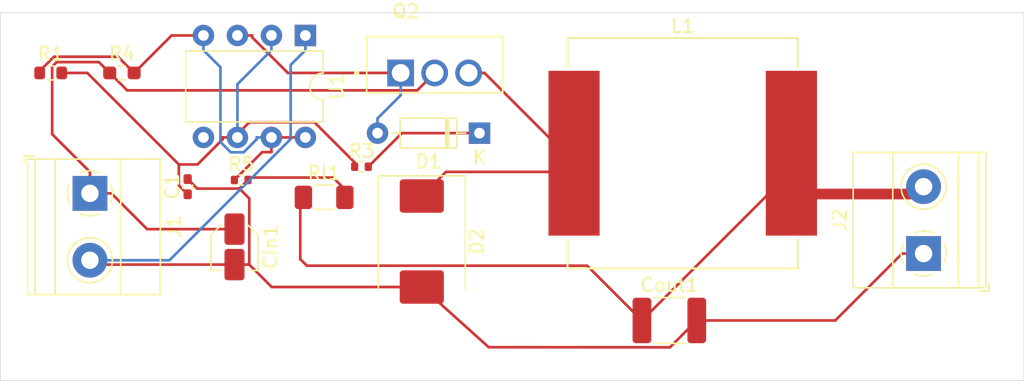
<source format=kicad_pcb>
(kicad_pcb (version 20240108) (generator "pcbnew") (generator_version "8.0")
  (layers (0 "F.Cu" signal) (31 "B.Cu" signal) (34 "B.Paste" user) (35 "F.Paste" user) (36 "B.SilkS" user "B.Silkscreen") (37 "F.SilkS" user "F.Silkscreen") (38 "B.Mask" user) (39 "F.Mask" user) (44 "Edge.Cuts" user))
  (net 0 "")
  (net 1 "Net-(D1-K)")
  (net 2 "PWM control signal")
  (net 3 "Net-(D2-K)")
  (net 4 "GND")
  (net 6 "Net-(U1-DIS)")
  (net 7 "Net-(U1-THR)")
  (net 8 "Vin")
  (net 9 "Vout")
  (footprint "Capacitor_SMD:C_1812_4532Metric" (layer "F.Cu") (at 150.5 123)
    (property "Reference" "Cout1" (at 0 -2.65 0) (layer "F.SilkS"))
    (property "Value" "300uF")
    (fp_line (start -1.161252 -1.71) (end 1.161252 -1.71) (stroke (width 0.12)) (layer "F.SilkS"))
    (fp_line (start -1.161252 1.71) (end 1.161252 1.71) (stroke (width 0.12)) (layer "F.SilkS"))
    (pad "1" smd roundrect (at -2.05 0) (size 1.4 3.4) (layers "F.Cu" "F.Paste" "F.Mask") (roundrect_rratio 0.178571) (net 9 "Vout"))
    (pad "2" smd roundrect (at 2.05 0) (size 1.4 3.4) (layers "F.Cu" "F.Paste" "F.Mask") (roundrect_rratio 0.178571) (net 4 "GND"))
  )
  (footprint "Inductor_SMD:L_Vishay_IHLP-6767" (layer "F.Cu") (at 151.5 110.5)
    (property "Reference" "L1" (at 0 -9.509 0) (layer "F.SilkS"))
    (property "Value" "100uH")
    (fp_line (start -8.609 -8.609) (end 8.609 -8.609) (stroke (width 0.15)) (layer "F.SilkS"))
    (fp_line (start -8.609 -6.46) (end -8.609 -8.609) (stroke (width 0.15)) (layer "F.SilkS"))
    (fp_line (start -8.609 6.46) (end -8.609 8.609) (stroke (width 0.15)) (layer "F.SilkS"))
    (fp_line (start -8.609 8.609) (end 8.609 8.609) (stroke (width 0.15)) (layer "F.SilkS"))
    (fp_line (start 8.609 -8.609) (end 8.609 -6.46) (stroke (width 0.15)) (layer "F.SilkS"))
    (fp_line (start 8.609 8.609) (end 8.609 6.46) (stroke (width 0.15)) (layer "F.SilkS"))
    (pad "1" smd rect (at -8.1225 0) (size 3.825 12.32) (layers "F.Cu" "F.Paste" "F.Mask") (net 3 "Net-(D2-K)"))
    (pad "2" smd rect (at 8.1225 0) (size 3.825 12.32) (layers "F.Cu" "F.Paste" "F.Mask") (net 9 "Vout"))
  )
  (footprint "TerminalBlock_Phoenix:TerminalBlock_Phoenix_MKDS-1,5-2_1x02_P5.00mm_Horizontal" (layer "F.Cu") (at 169.5 118 90)
    (property "Reference" "J2" (at 2.5 -6.26 90) (layer "F.SilkS"))
    (property "Value" "Vout(5V)")
    (fp_line (start 7.56 -5.261) (end 7.56 4.66) (stroke (width 0.12)) (layer "F.SilkS"))
    (fp_line (start -2.56 -5.261) (end 7.56 -5.261) (stroke (width 0.12)) (layer "F.SilkS"))
    (fp_line (start -2.56 -5.261) (end -2.56 4.66) (stroke (width 0.12)) (layer "F.SilkS"))
    (fp_line (start -2.56 -2.301) (end 7.56 -2.301) (stroke (width 0.12)) (layer "F.SilkS"))
    (fp_line (start 6.07 -1.275) (end 6.035 -1.239) (stroke (width 0.12)) (layer "F.SilkS"))
    (fp_line (start 6.275 -1.069) (end 6.228 -1.023) (stroke (width 0.12)) (layer "F.SilkS"))
    (fp_line (start 3.773 1.023) (end 3.726 1.069) (stroke (width 0.12)) (layer "F.SilkS"))
    (fp_line (start 3.966 1.239) (end 3.931 1.274) (stroke (width 0.12)) (layer "F.SilkS"))
    (fp_line (start -2.56 2.6) (end 7.56 2.6) (stroke (width 0.12)) (layer "F.SilkS"))
    (fp_line (start -2.56 4.1) (end 7.56 4.1) (stroke (width 0.12)) (layer "F.SilkS"))
    (fp_line (start -2.8 4.16) (end -2.8 4.9) (stroke (width 0.12)) (layer "F.SilkS"))
    (fp_line (start -2.56 4.66) (end 7.56 4.66) (stroke (width 0.12)) (layer "F.SilkS"))
    (fp_line (start -2.8 4.9) (end -2.3 4.9) (stroke (width 0.12)) (layer "F.SilkS"))
    (fp_arc (start -0.683042 -1.535427) (mid 0.000524 -1.680501) (end 0.684 -1.535) (stroke (width 0.12)) (layer "F.SilkS"))
    (fp_arc (start 1.535427 -0.683042) (mid 1.680501 0.000524) (end 1.535 0.684) (stroke (width 0.12)) (layer "F.SilkS"))
    (fp_arc (start -1.535427 0.683042) (mid -1.680501 -0.000524) (end -1.535 -0.684) (stroke (width 0.12)) (layer "F.SilkS"))
    (fp_arc (start 0.683318 1.534756) (mid 0.349292 1.643288) (end 0 1.68) (stroke (width 0.12)) (layer "F.SilkS"))
    (fp_arc (start 0.028805 1.680253) (mid -0.335551 1.646659) (end -0.684 1.535) (stroke (width 0.12)) (layer "F.SilkS"))
    (fp_circle (center 5 0) (end 6.68 0) (stroke (width 0.12)) (fill none) (layer "F.SilkS"))
    (pad "1" thru_hole rect (at 0 0 90) (size 2.6 2.6) (drill 1.3) (layers "*.Cu" "*.Mask") (net 4 "GND"))
    (pad "2" thru_hole circle (at 5 0 90) (size 2.6 2.6) (drill 1.3) (layers "*.Cu" "*.Mask") (net 9 "Vout"))
  )
  (footprint "Diode_SMD:D_SMC" (layer "F.Cu") (at 132 117.1 -90)
    (property "Reference" "D2" (at 0 -4.1 90) (layer "F.SilkS"))
    (property "Value" "B360")
    (fp_line (start -4.91 3.25) (end 3.6 3.25) (stroke (width 0.12)) (layer "F.SilkS"))
    (fp_line (start -4.91 3.25) (end -4.91 -3.25) (stroke (width 0.12)) (layer "F.SilkS"))
    (fp_line (start -4.91 -3.25) (end 3.6 -3.25) (stroke (width 0.12)) (layer "F.SilkS"))
    (pad "1" smd roundrect (at -3.4 0) (size 3.3 2.5) (layers "F.Cu" "F.Paste" "F.Mask") (roundrect_rratio 0.1) (net 3 "Net-(D2-K)"))
    (pad "2" smd roundrect (at 3.4 0) (size 3.3 2.5) (layers "F.Cu" "F.Paste" "F.Mask") (roundrect_rratio 0.1) (net 4 "GND"))
  )
  (footprint "Resistor_SMD:R_1206_3216Metric_Pad1.30x1.75mm_HandSolder" (layer "F.Cu") (at 124.7 113.8)
    (property "Reference" "Rl1" (at 0 -1.82 0) (layer "F.SilkS"))
    (property "Value" "100k")
    (fp_line (start -0.727064 -0.91) (end 0.727064 -0.91) (stroke (width 0.12)) (layer "F.SilkS"))
    (fp_line (start -0.727064 0.91) (end 0.727064 0.91) (stroke (width 0.12)) (layer "F.SilkS"))
    (pad "1" smd roundrect (at -1.55 0) (size 1.3 1.75) (layers "F.Cu" "F.Paste" "F.Mask") (roundrect_rratio 0.192308) (net 9 "Vout"))
    (pad "2" smd roundrect (at 1.55 0) (size 1.3 1.75) (layers "F.Cu" "F.Paste" "F.Mask") (roundrect_rratio 0.192308) (net 4 "GND"))
  )
  (footprint "Resistor_SMD:R_0402_1005Metric" (layer "F.Cu") (at 127.49 111.5095)
    (property "Reference" "R3" (at 0 -1.17 0) (layer "F.SilkS"))
    (property "Value" "3.3k")
    (fp_line (start -0.153641 -0.38) (end 0.153641 -0.38) (stroke (width 0.12)) (layer "F.SilkS"))
    (fp_line (start -0.153641 0.38) (end 0.153641 0.38) (stroke (width 0.12)) (layer "F.SilkS"))
    (pad "1" smd roundrect (at -0.51 0) (size 0.54 0.64) (layers "F.Cu" "F.Paste" "F.Mask") (net 7 "Net-(U1-THR)"))
    (pad "2" smd roundrect (at 0.51 0) (size 0.54 0.64) (layers "F.Cu" "F.Paste" "F.Mask") (net 1 "Net-(D1-K)"))
  )
  (footprint "Package_DIP:DIP-8_W7.62mm" (layer "F.Cu") (at 123.3 101.7 -90)
    (property "Reference" "U1" (at 3.81 -2.33 90) (layer "F.SilkS"))
    (property "Value" "NE555P")
    (fp_line (start 1.16 8.95) (end 6.46 8.95) (stroke (width 0.12)) (layer "F.SilkS"))
    (fp_line (start 6.46 8.95) (end 6.46 -1.33) (stroke (width 0.12)) (layer "F.SilkS"))
    (fp_line (start 1.16 -1.33) (end 1.16 8.95) (stroke (width 0.12)) (layer "F.SilkS"))
    (fp_line (start 2.81 -1.33) (end 1.16 -1.33) (stroke (width 0.12)) (layer "F.SilkS"))
    (fp_line (start 6.46 -1.33) (end 4.81 -1.33) (stroke (width 0.12)) (layer "F.SilkS"))
    (fp_arc (start 4.81 -1.33) (mid 3.81 -0.33) (end 2.81 -1.33) (stroke (width 0.12)) (layer "F.SilkS"))
    (pad "1" thru_hole rect (at 0 0 270) (size 1.6 1.6) (drill 0.8) (layers "*.Cu" "*.Mask") (net 4 "GND"))
    (pad "2" thru_hole oval (at 0 2.54 270) (size 1.6 1.6) (drill 0.8) (layers "*.Cu" "*.Mask") (net 7 "Net-(U1-THR)"))
    (pad "3" thru_hole oval (at 0 5.08 270) (size 1.6 1.6) (drill 0.8) (layers "*.Cu" "*.Mask") (net 2 "PWM control signal"))
    (pad "4" thru_hole oval (at 0 7.62 270) (size 1.6 1.6) (drill 0.8) (layers "*.Cu" "*.Mask") (net 6 "Net-(U1-DIS)"))
    (pad "5" thru_hole oval (at 7.62 7.62 270) (size 1.6 1.6) (drill 0.8) (layers "*.Cu" "*.Mask"))
    (pad "6" thru_hole oval (at 7.62 5.08 270) (size 1.6 1.6) (drill 0.8) (layers "*.Cu" "*.Mask") (net 7 "Net-(U1-THR)"))
    (pad "7" thru_hole oval (at 7.62 2.54 270) (size 1.6 1.6) (drill 0.8) (layers "*.Cu" "*.Mask") (net 6 "Net-(U1-DIS)"))
    (pad "8" thru_hole oval (at 7.62 0 270) (size 1.6 1.6) (drill 0.8) (layers "*.Cu" "*.Mask") (net 6 "Net-(U1-DIS)"))
  )
  (footprint "Capacitor_SMD:C_Elec_3x5.4" (layer "F.Cu") (at 118 117.5 -90)
    (property "Reference" "Cin1" (at 0 -2.7 90) (layer "F.SilkS"))
    (property "Value" "47uF")
    (fp_line (start -0.870563 1.76) (end 1.76 1.76) (stroke (width 0.12)) (layer "F.SilkS"))
    (fp_line (start 1.76 1.76) (end 1.76 1.01) (stroke (width 0.12)) (layer "F.SilkS"))
    (fp_line (start -1.620563 1.01) (end -0.870563 1.76) (stroke (width 0.12)) (layer "F.SilkS"))
    (fp_line (start -1.620563 -1.01) (end -0.870563 -1.76) (stroke (width 0.12)) (layer "F.SilkS"))
    (fp_line (start -0.870563 -1.76) (end 1.76 -1.76) (stroke (width 0.12)) (layer "F.SilkS"))
    (fp_line (start 1.76 -1.76) (end 1.76 -1.01) (stroke (width 0.12)) (layer "F.SilkS"))
    (pad "1" smd roundrect (at -1.325 0 270) (size 2.35 1.5) (layers "F.Cu" "F.Paste" "F.Mask") (roundrect_rratio 0.166667) (net 8 "Vin"))
    (pad "2" smd roundrect (at 1.325 0 270) (size 2.35 1.5) (layers "F.Cu" "F.Paste" "F.Mask") (roundrect_rratio 0.166667) (net 4 "GND"))
  )
  (footprint "Diode_THT:D_DO-35_SOD27_P7.62mm_Horizontal" (layer "F.Cu") (at 136.31 109 180)
    (property "Reference" "D1" (at 3.81 -2.12 0) (layer "F.SilkS"))
    (property "Value" "1N4148")
    (fp_line (start 6.58 0) (end 5.93 0) (stroke (width 0.12)) (layer "F.SilkS"))
    (fp_line (start 5.93 1.12) (end 5.93 -1.12) (stroke (width 0.12)) (layer "F.SilkS"))
    (fp_line (start 5.93 -1.12) (end 1.69 -1.12) (stroke (width 0.12)) (layer "F.SilkS"))
    (fp_line (start 2.53 -1.12) (end 2.53 1.12) (stroke (width 0.12)) (layer "F.SilkS"))
    (fp_line (start 2.41 -1.12) (end 2.41 1.12) (stroke (width 0.12)) (layer "F.SilkS"))
    (fp_line (start 2.29 -1.12) (end 2.29 1.12) (stroke (width 0.12)) (layer "F.SilkS"))
    (fp_line (start 1.69 1.12) (end 5.93 1.12) (stroke (width 0.12)) (layer "F.SilkS"))
    (fp_line (start 1.69 -1.12) (end 1.69 1.12) (stroke (width 0.12)) (layer "F.SilkS"))
    (fp_line (start 1.04 0) (end 1.69 0) (stroke (width 0.12)) (layer "F.SilkS"))
    (fp_text user "K" (at 0 -1.8 0) (layer "F.SilkS"))
    (pad "1" thru_hole rect (at 0 0 180) (size 1.6 1.6) (drill 0.8) (layers "*.Cu" "*.Mask") (net 1 "Net-(D1-K)"))
    (pad "2" thru_hole oval (at 7.62 0 180) (size 1.6 1.6) (drill 0.8) (layers "*.Cu" "*.Mask") (net 2 "PWM control signal"))
  )
  (footprint "Resistor_SMD:R_0402_1005Metric" (layer "F.Cu") (at 118.5 112.5)
    (property "Reference" "R5" (at 0 -1.17 0) (layer "F.SilkS"))
    (property "Value" "2.7k")
    (fp_line (start -0.153641 -0.38) (end 0.153641 -0.38) (stroke (width 0.12)) (layer "F.SilkS"))
    (fp_line (start -0.153641 0.38) (end 0.153641 0.38) (stroke (width 0.12)) (layer "F.SilkS"))
    (pad "1" smd roundrect (at -0.51 0) (size 0.54 0.64) (layers "F.Cu" "F.Paste" "F.Mask") (net 6 "Net-(U1-DIS)"))
    (pad "2" smd roundrect (at 0.51 0) (size 0.54 0.64) (layers "F.Cu" "F.Paste" "F.Mask") (net 4 "GND"))
  )
  (footprint "Resistor_SMD:R_0603_1608Metric" (layer "F.Cu") (at 104.2625 104.5)
    (property "Reference" "R1" (at 0 -1.43 0) (layer "F.SilkS"))
    (property "Value" "27.3k")
    (fp_line (start -0.237258 -0.5225) (end 0.237258 -0.5225) (stroke (width 0.12)) (layer "F.SilkS"))
    (fp_line (start -0.237258 0.5225) (end 0.237258 0.5225) (stroke (width 0.12)) (layer "F.SilkS"))
    (pad "1" smd roundrect (at -0.825 0) (size 0.8 0.95) (layers "F.Cu" "F.Paste" "F.Mask") (net 6 "Net-(U1-DIS)"))
    (pad "2" smd roundrect (at 0.825 0) (size 0.8 0.95) (layers "F.Cu" "F.Paste" "F.Mask") (net 7 "Net-(U1-THR)"))
  )
  (footprint "New folder:TO254P1016X419X2286-3" (layer "F.Cu") (at 132.96 104.5)
    (property "Reference" "Q2" (at -2.155 -4.6025 0) (layer "F.SilkS"))
    (property "Value" "IRFZ44N")
    (fp_line (start -5.08 -2.7175) (end 5.08 -2.7175) (stroke (width 0.127)) (layer "F.SilkS"))
    (fp_line (start -5.08 1.4775) (end -5.08 -2.7175) (stroke (width 0.127)) (layer "F.SilkS"))
    (fp_line (start 5.08 -2.7175) (end 5.08 1.4775) (stroke (width 0.127)) (layer "F.SilkS"))
    (fp_line (start 5.08 1.4775) (end -5.08 1.4775) (stroke (width 0.127)) (layer "F.SilkS"))
    (fp_circle (center -5.83 0) (end -5.73 0) (stroke (width 0.2)) (fill none) (layer "F.SilkS"))
    (pad "1" thru_hole rect (at -2.54 0) (size 1.995 1.995) (drill 1.33) (layers "*.Cu" "*.Mask") (net 2 "PWM control signal"))
    (pad "2" thru_hole circle (at 0 0) (size 1.995 1.995) (drill 1.33) (layers "*.Cu" "*.Mask") (net 8 "Vin"))
    (pad "3" thru_hole circle (at 2.54 0) (size 1.995 1.995) (drill 1.33) (layers "*.Cu" "*.Mask") (net 3 "Net-(D2-K)"))
  )
  (footprint "Resistor_SMD:R_0603_1608Metric_Pad0.98x0.95mm_HandSolder" (layer "F.Cu") (at 109.5875 104.5)
    (property "Reference" "R4" (at 0 -1.43 0) (layer "F.SilkS"))
    (property "Value" "10k")
    (fp_line (start -0.254724 -0.5225) (end 0.254724 -0.5225) (stroke (width 0.12)) (layer "F.SilkS"))
    (fp_line (start -0.254724 0.5225) (end 0.254724 0.5225) (stroke (width 0.12)) (layer "F.SilkS"))
    (pad "1" smd roundrect (at -0.9125 0) (size 0.975 0.95) (layers "F.Cu" "F.Paste" "F.Mask") (net 8 "Vin"))
    (pad "2" smd roundrect (at 0.9125 0) (size 0.975 0.95) (layers "F.Cu" "F.Paste" "F.Mask") (net 6 "Net-(U1-DIS)"))
  )
  (footprint "Capacitor_SMD:C_0402_1005Metric_Pad0.74x0.62mm_HandSolder" (layer "F.Cu") (at 114.5 113 90)
    (property "Reference" "C1" (at 0 -1.16 90) (layer "F.SilkS"))
    (property "Value" "100nF")
    (fp_line (start -0.115835 -0.36) (end 0.115835 -0.36) (stroke (width 0.12)) (layer "F.SilkS"))
    (fp_line (start -0.115835 0.36) (end 0.115835 0.36) (stroke (width 0.12)) (layer "F.SilkS"))
    (pad "1" smd roundrect (at -0.5675 0 90) (size 0.735 0.62) (layers "F.Cu" "F.Paste" "F.Mask") (net 7 "Net-(U1-THR)"))
    (pad "2" smd roundrect (at 0.5675 0 90) (size 0.735 0.62) (layers "F.Cu" "F.Paste" "F.Mask") (net 4 "GND"))
  )
  (footprint "TerminalBlock_Phoenix:TerminalBlock_Phoenix_MKDS-1,5-2_1x02_P5.00mm_Horizontal" (layer "F.Cu") (at 107.195 113.5 -90)
    (property "Reference" "J1" (at 2.5 -6.26 90) (layer "F.SilkS"))
    (property "Value" "Vin (24V)")
    (fp_line (start -2.8 4.9) (end -2.3 4.9) (stroke (width 0.12)) (layer "F.SilkS"))
    (fp_line (start -2.56 4.66) (end 7.56 4.66) (stroke (width 0.12)) (layer "F.SilkS"))
    (fp_line (start -2.8 4.16) (end -2.8 4.9) (stroke (width 0.12)) (layer "F.SilkS"))
    (fp_line (start -2.56 4.1) (end 7.56 4.1) (stroke (width 0.12)) (layer "F.SilkS"))
    (fp_line (start -2.56 2.6) (end 7.56 2.6) (stroke (width 0.12)) (layer "F.SilkS"))
    (fp_line (start 3.966 1.239) (end 3.931 1.274) (stroke (width 0.12)) (layer "F.SilkS"))
    (fp_line (start 3.773 1.023) (end 3.726 1.069) (stroke (width 0.12)) (layer "F.SilkS"))
    (fp_line (start 6.275 -1.069) (end 6.228 -1.023) (stroke (width 0.12)) (layer "F.SilkS"))
    (fp_line (start 6.07 -1.275) (end 6.035 -1.239) (stroke (width 0.12)) (layer "F.SilkS"))
    (fp_line (start -2.56 -2.301) (end 7.56 -2.301) (stroke (width 0.12)) (layer "F.SilkS"))
    (fp_line (start -2.56 -5.261) (end -2.56 4.66) (stroke (width 0.12)) (layer "F.SilkS"))
    (fp_line (start -2.56 -5.261) (end 7.56 -5.261) (stroke (width 0.12)) (layer "F.SilkS"))
    (fp_line (start 7.56 -5.261) (end 7.56 4.66) (stroke (width 0.12)) (layer "F.SilkS"))
    (fp_arc (start 0.028805 1.680253) (mid -0.335551 1.646659) (end -0.684 1.535) (stroke (width 0.12)) (layer "F.SilkS"))
    (fp_arc (start 0.683318 1.534756) (mid 0.349292 1.643288) (end 0 1.68) (stroke (width 0.12)) (layer "F.SilkS"))
    (fp_arc (start -1.535427 0.683042) (mid -1.680501 -0.000524) (end -1.535 -0.684) (stroke (width 0.12)) (layer "F.SilkS"))
    (fp_arc (start 1.535427 -0.683042) (mid 1.680501 0.000524) (end 1.535 0.684) (stroke (width 0.12)) (layer "F.SilkS"))
    (fp_arc (start -0.683042 -1.535427) (mid 0.000524 -1.680501) (end 0.684 -1.535) (stroke (width 0.12)) (layer "F.SilkS"))
    (fp_circle (center 5 0) (end 6.68 0) (stroke (width 0.12)) (fill none) (layer "F.SilkS"))
    (pad "1" thru_hole rect (at 0 0 270) (size 2.6 2.6) (drill 1.3) (layers "*.Cu" "*.Mask") (net 8 "Vin"))
    (pad "2" thru_hole circle (at 5 0 270) (size 2.6 2.6) (drill 1.3) (layers "*.Cu" "*.Mask") (net 4 "GND"))
  )
  (gr_rect (start 100.5 100) (end 177 127.5) (stroke (width 0.05)) (fill none) (layer "Edge.Cuts"))
  (segment (start 130.5095 109) (end 136.31 109) (width 0.2) (layer "F.Cu") (net 1))
  (segment (start 128 111.5095) (end 130.5095 109) (width 0.2) (layer "F.Cu") (net 1))
  (segment (start 128 111.5095) (end 128 111.4905) (width 0.2) (layer "F.Cu") (net 1))
  (segment (start 119.322 101.7) (end 119.322 101.838) (width 0.2) (layer "F.Cu") (net 2))
  (segment (start 121.984 104.5) (end 130.42 104.5) (width 0.2) (layer "F.Cu") (net 2))
  (segment (start 119.322 101.838) (end 121.984 104.5) (width 0.2) (layer "F.Cu") (net 2))
  (segment (start 118.22 101.7) (end 119.322 101.7) (width 0.2) (layer "F.Cu") (net 2))
  (segment (start 128.69 109) (end 128.69 107.898) (width 0.2) (layer "B.Cu") (net 2))
  (segment (start 128.69 107.898) (end 130.42 106.168) (width 0.2) (layer "B.Cu") (net 2))
  (segment (start 130.42 106.168) (end 130.42 104.5) (width 0.2) (layer "B.Cu") (net 2))
  (segment (start 143.378 111.197) (end 136.681 104.5) (width 0.2) (layer "F.Cu") (net 3))
  (segment (start 132 113.7) (end 133.806 111.894) (width 0.2) (layer "F.Cu") (net 3))
  (segment (start 143.3775 110.848) (end 143.3775 110.5) (width 0.2) (layer "F.Cu") (net 3))
  (segment (start 143.378 111.894) (end 143.378 111.197) (width 0.2) (layer "F.Cu") (net 3))
  (segment (start 143.378 110.8485) (end 143.378 111.197) (width 0.2) (layer "F.Cu") (net 3))
  (segment (start 143.378 110.5) (end 143.378 110.8485) (width 0.2) (layer "F.Cu") (net 3))
  (segment (start 136.681 104.5) (end 135.5 104.5) (width 0.2) (layer "F.Cu") (net 3))
  (segment (start 143.378 110.8485) (end 143.3775 110.848) (width 0.2) (layer "F.Cu") (net 3))
  (segment (start 133.806 111.894) (end 143.378 111.894) (width 0.2) (layer "F.Cu") (net 3))
  (segment (start 167.898 118) (end 169.5 118) (width 0.2) (layer "F.Cu") (net 4))
  (segment (start 114.8332 112.7657) (end 114.5 112.4325) (width 0.2) (layer "F.Cu") (net 4))
  (segment (start 125.369 112.319) (end 119.191 112.319) (width 0.2) (layer "F.Cu") (net 4))
  (segment (start 152.55 123) (end 162.898 123) (width 0.2) (layer "F.Cu") (net 4))
  (segment (start 115.212 113.144) (end 114.8337 112.7657) (width 0.2) (layer "F.Cu") (net 4))
  (segment (start 150.543 125.007) (end 152.55 123) (width 0.2) (layer "F.Cu") (net 4))
  (segment (start 119.191 112.319) (end 119.01 112.5) (width 0.2) (layer "F.Cu") (net 4))
  (segment (start 137 125) (end 150.543 125.007) (width 0.2) (layer "F.Cu") (net 4))
  (segment (start 118 118.825) (end 119.105 118.825) (width 0.2) (layer "F.Cu") (net 4))
  (segment (start 118.366 113.144) (end 115.212 113.144) (width 0.2) (layer "F.Cu") (net 4))
  (segment (start 119.105 113.883) (end 118.366 113.144) (width 0.2) (layer "F.Cu") (net 4))
  (segment (start 162.898 123) (end 167.898 118) (width 0.2) (layer "F.Cu") (net 4))
  (segment (start 118 118.825) (end 107.52 118.825) (width 0.2) (layer "F.Cu") (net 4))
  (segment (start 132 120.5) (end 137 125) (width 0.2) (layer "F.Cu") (net 4))
  (segment (start 119.01 112.5) (end 118.366 113.144) (width 0.2) (layer "F.Cu") (net 4))
  (segment (start 119.105 118.825) (end 119.105 113.883) (width 0.2) (layer "F.Cu") (net 4))
  (segment (start 114.8337 112.7657) (end 114.8332 112.7657) (width 0.2) (layer "F.Cu") (net 4))
  (segment (start 119.105 118.825) (end 120.78 120.5) (width 0.2) (layer "F.Cu") (net 4))
  (segment (start 126.55 113.5) (end 125.369 112.319) (width 0.2) (layer "F.Cu") (net 4))
  (segment (start 120.78 120.5) (end 132 120.5) (width 0.2) (layer "F.Cu") (net 4))
  (segment (start 114.8337 112.7657) (end 114.5 112.432) (width 0.2) (layer "F.Cu") (net 4))
  (segment (start 107.52 118.825) (end 107.195 118.5) (width 0.2) (layer "F.Cu") (net 4))
  (segment (start 113.14 118.5) (end 107.195 118.5) (width 0.2) (layer "B.Cu") (net 4))
  (segment (start 122.198 109.441) (end 113.14 118.5) (width 0.2) (layer "B.Cu") (net 4))
  (segment (start 123.3 102.802) (end 122.198 103.903) (width 0.2) (layer "B.Cu") (net 4))
  (segment (start 123.3 101.7) (end 123.3 102.802) (width 0.2) (layer "B.Cu") (net 4))
  (segment (start 122.198 103.903) (end 122.198 109.441) (width 0.2) (layer "B.Cu") (net 4))
  (segment (start 103.438 104.429) (end 103.438 104.5) (width 0.2) (layer "F.Cu") (net 6))
  (segment (start 103.438 104.358) (end 103.438 104.429) (width 0.2) (layer "F.Cu") (net 6))
  (segment (start 120.068 110.422) (end 117.99 112.5) (width 0.2) (layer "F.Cu") (net 6))
  (segment (start 103.4375 104.4295) (end 103.4375 104.5) (width 0.2) (layer "F.Cu") (net 6))
  (segment (start 104.508 103.288) (end 103.438 104.358) (width 0.2) (layer "F.Cu") (net 6))
  (segment (start 103.438 104.429) (end 103.4375 104.4295) (width 0.2) (layer "F.Cu") (net 6))
  (segment (start 115.68 101.7) (end 113.3 101.7) (width 0.2) (layer "F.Cu") (net 6))
  (segment (start 123.3 109.32) (end 120.76 109.32) (width 0.2) (layer "F.Cu") (net 6))
  (segment (start 120.76 110.422) (end 120.068 110.422) (width 0.2) (layer "F.Cu") (net 6))
  (segment (start 109.288 103.288) (end 104.508 103.288) (width 0.2) (layer "F.Cu") (net 6))
  (segment (start 113.3 101.7) (end 110.5 104.5) (width 0.2) (layer "F.Cu") (net 6))
  (segment (start 120.76 109.32) (end 120.76 110.422) (width 0.2) (layer "F.Cu") (net 6))
  (segment (start 110.5 104.5) (end 109.288 103.288) (width 0.2) (layer "F.Cu") (net 6))
  (segment (start 117.719 110.431) (end 116.95 109.662) (width 0.2) (layer "B.Cu") (net 6))
  (segment (start 116.95 109.662) (end 116.95 104.072) (width 0.2) (layer "B.Cu") (net 6))
  (segment (start 115.68 102.802) (end 115.68 101.7) (width 0.2) (layer "B.Cu") (net 6))
  (segment (start 119.658 109.458) (end 118.685 110.431) (width 0.2) (layer "B.Cu") (net 6))
  (segment (start 119.658 109.32) (end 119.658 109.458) (width 0.2) (layer "B.Cu") (net 6))
  (segment (start 120.76 109.32) (end 119.658 109.32) (width 0.2) (layer "B.Cu") (net 6))
  (segment (start 116.95 104.072) (end 115.68 102.802) (width 0.2) (layer "B.Cu") (net 6))
  (segment (start 118.685 110.431) (end 117.719 110.431) (width 0.2) (layer "B.Cu") (net 6))
  (segment (start 105.088 104.5) (end 105.0875 104.5) (width 0.2) (layer "F.Cu") (net 7))
  (segment (start 114.5 113.568) (end 114.4998 113.5677) (width 0.2) (layer "F.Cu") (net 7))
  (segment (start 114.5 113.5675) (end 114.4998 113.5677) (width 0.2) (layer "F.Cu") (net 7))
  (segment (start 117.118 109.458) (end 115.235 111.341) (width 0.2) (layer "F.Cu") (net 7))
  (segment (start 115.235 111.341) (end 113.84 111.341) (width 0.2) (layer "F.Cu") (net 7))
  (segment (start 126.98 111.189501) (end 123.974499 108.184) (width 0.2) (layer "F.Cu") (net 7))
  (segment (start 118.22 109.32) (end 117.976 109.32) (width 0.2) (layer "F.Cu") (net 7))
  (segment (start 107 104.5) (end 105.088 104.5) (width 0.2) (layer "F.Cu") (net 7))
  (segment (start 123.974499 108.184) (end 119.111 108.184) (width 0.2) (layer "F.Cu") (net 7))
  (segment (start 117.976 109.32) (end 117.118 109.32) (width 0.2) (layer "F.Cu") (net 7))
  (segment (start 126.98 111.5095) (end 126.98 111.189501) (width 0.2) (layer "F.Cu") (net 7))
  (segment (start 117.118 109.32) (end 117.118 109.458) (width 0.2) (layer "F.Cu") (net 7))
  (segment (start 114.4998 113.5677) (end 113.84 112.908) (width 0.2) (layer "F.Cu") (net 7))
  (segment (start 119.111 108.184) (end 117.976 109.32) (width 0.2) (layer "F.Cu") (net 7))
  (segment (start 113.84 112.908) (end 113.84 111.341) (width 0.2) (layer "F.Cu") (net 7))
  (segment (start 113.84 111.341) (end 107 104.5) (width 0.2) (layer "F.Cu") (net 7))
  (segment (start 120.76 102.802) (end 118.22 105.342) (width 0.2) (layer "B.Cu") (net 7))
  (segment (start 118.22 105.342) (end 118.22 109.32) (width 0.2) (layer "B.Cu") (net 7))
  (segment (start 120.76 101.7) (end 120.76 102.802) (width 0.2) (layer "B.Cu") (net 7))
  (segment (start 111.472 116.175) (end 118 116.175) (width 0.2) (layer "F.Cu") (net 8))
  (segment (start 132.96 104.5) (end 131.658 105.802) (width 0.2) (layer "F.Cu") (net 8))
  (segment (start 104.711 103.69) (end 104.374 104.026) (width 0.2) (layer "F.Cu") (net 8))
  (segment (start 104.374 104.026) (end 104.374 109.078) (width 0.2) (layer "F.Cu") (net 8))
  (segment (start 108.675 104.5) (end 107.865 103.69) (width 0.2) (layer "F.Cu") (net 8))
  (segment (start 107.865 103.69) (end 104.711 103.69) (width 0.2) (layer "F.Cu") (net 8))
  (segment (start 109.977 105.802) (end 108.675 104.5) (width 0.2) (layer "F.Cu") (net 8))
  (segment (start 107.195 113.5) (end 108.797 113.5) (width 0.2) (layer "F.Cu") (net 8))
  (segment (start 108.797 113.5) (end 111.472 116.175) (width 0.2) (layer "F.Cu") (net 8))
  (segment (start 131.658 105.802) (end 109.977 105.802) (width 0.2) (layer "F.Cu") (net 8))
  (segment (start 104.374 109.078) (end 107.195 111.898) (width 0.2) (layer "F.Cu") (net 8))
  (segment (start 107.195 111.898) (end 107.195 113.5) (width 0.2) (layer "F.Cu") (net 8))
  (segment (start 122.916 118.412) (end 122.916 114.034) (width 0.2) (layer "F.Cu") (net 9))
  (segment (start 159.622 113.55) (end 168.95 113.55) (width 0.8) (layer "F.Cu") (net 9))
  (segment (start 159.6225 112.0245) (end 159.6225 110.5) (width 0.2) (layer "F.Cu") (net 9))
  (segment (start 148.45 123) (end 157.9 113.55) (width 0.2) (layer "F.Cu") (net 9))
  (segment (start 123.41 118.906) (end 122.916 118.412) (width 0.2) (layer "F.Cu") (net 9))
  (segment (start 168.95 113.55) (end 169.5 113) (width 0.2) (layer "F.Cu") (net 9))
  (segment (start 159.622 112.025) (end 159.6225 112.0245) (width 0.2) (layer "F.Cu") (net 9))
  (segment (start 159.622 112.025) (end 159.622 113.55) (width 0.2) (layer "F.Cu") (net 9))
  (segment (start 148.45 123) (end 144.356 118.906) (width 0.2) (layer "F.Cu") (net 9))
  (segment (start 157.9 113.55) (end 159.622 113.55) (width 0.2) (layer "F.Cu") (net 9))
  (segment (start 159.622 110.5) (end 159.622 112.025) (width 0.2) (layer "F.Cu") (net 9))
  (segment (start 144.356 118.906) (end 123.41 118.906) (width 0.2) (layer "F.Cu") (net 9))
)
</source>
